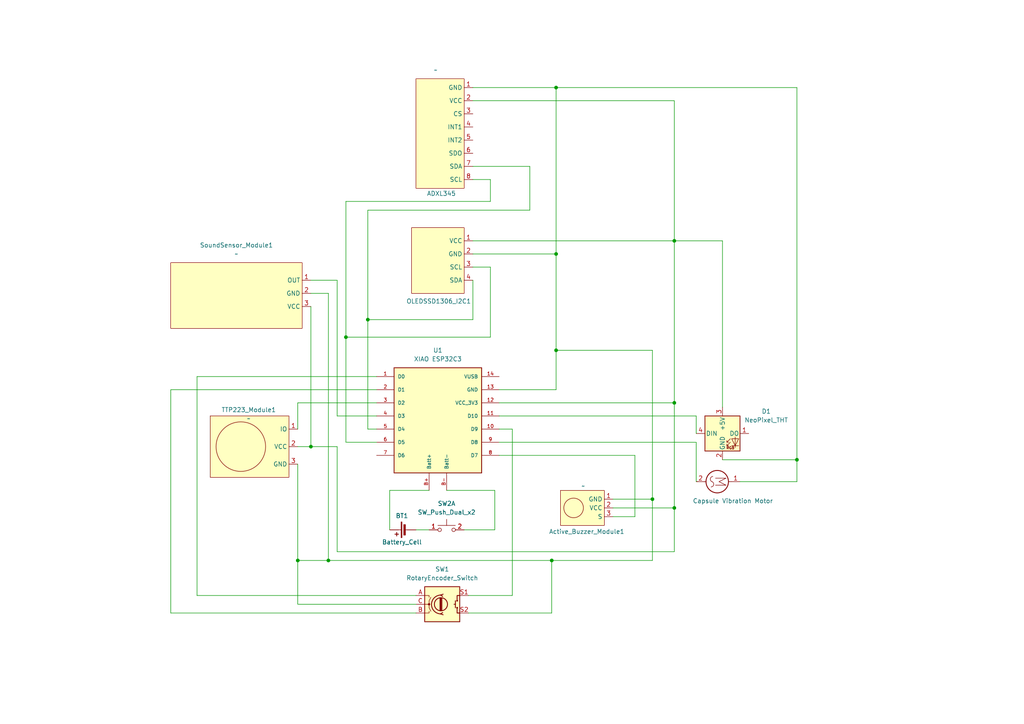
<source format=kicad_sch>
(kicad_sch (version 20250114) (generator "eeschema") (generator_version "9.0")
  (paper "A4")
  (title_block (title "YuhangSun_Final Project") (date "2025-12-02"))
  (lib_symbols
    (symbol "Device:Battery_Cell" (pin_numbers (hide yes)) (pin_names (offset 0) (hide yes))
      (property "Reference" "BT" (at 2.54 2.54 0))
      (property "Value" "Battery_Cell" (at 2.54 0 0))
      (symbol "Battery_Cell_0_1"
        (rectangle (start -2.286 1.778) (end 2.286 1.524) (fill (type outline)))
        (rectangle (start -1.524 1.016) (end 1.524 0.508) (fill (type outline)))
        (polyline (pts (xy 0 1.778) (xy 0 2.54)))
        (polyline (pts (xy 0 0.762) (xy 0 0)))
        (polyline (pts (xy 0.762 3.048) (xy 1.778 3.048)) (stroke (width 0.254)))
        (polyline (pts (xy 1.27 3.556) (xy 1.27 2.54)) (stroke (width 0.254)))
      )
      (symbol "Battery_Cell_1_1"
        (pin passive line (at 0 5.08 270) (length 2.54) (name "+") (number "1"))
        (pin passive line (at 0 -2.54 90) (length 2.54) (name "-") (number "2"))
      )
    )
    (symbol "Device:RotaryEncoder_Switch" (pin_names (offset 0.254) (hide yes))
      (property "Reference" "SW" (at 0 6.604 0))
      (property "Value" "RotaryEncoder_Switch" (at 0 -6.604 0))
      (symbol "RotaryEncoder_Switch_0_1"
        (rectangle (start -5.08 5.08) (end 5.08 -5.08) (stroke (width 0.254)) (fill (type background)))
        (polyline (pts (xy -5.08 2.54) (xy -3.81 2.54) (xy -3.81 2.032)))
        (polyline (pts (xy -5.08 0) (xy -3.81 0) (xy -3.81 -1.016) (xy -3.302 -2.032)))
        (polyline (pts (xy -5.08 -2.54) (xy -3.81 -2.54) (xy -3.81 -2.032)))
        (polyline (pts (xy -4.318 0) (xy -3.81 0) (xy -3.81 1.016) (xy -3.302 2.032)))
        (circle (center -3.81 0) (radius 0.254) (fill (type outline)))
        (polyline (pts (xy -0.635 -1.778) (xy -0.635 1.778)) (stroke (width 0.254)))
        (circle (center -0.381 0) (radius 1.905) (stroke (width 0.254)))
        (polyline (pts (xy -0.381 -1.778) (xy -0.381 1.778)) (stroke (width 0.254)))
        (arc (start -0.381 -2.794) (mid -3.0988 -0.0635) (end -0.381 2.667) (stroke (width 0.254)))
        (polyline (pts (xy -0.127 1.778) (xy -0.127 -1.778)) (stroke (width 0.254)))
        (polyline (pts (xy 0.254 2.921) (xy -0.508 2.667) (xy 0.127 2.286)) (stroke (width 0.254)))
        (polyline (pts (xy 0.254 -3.048) (xy -0.508 -2.794) (xy 0.127 -2.413)) (stroke (width 0.254)))
        (polyline (pts (xy 3.81 1.016) (xy 3.81 -1.016)) (stroke (width 0.254)))
        (polyline (pts (xy 3.81 0) (xy 3.429 0)) (stroke (width 0.254)))
        (circle (center 4.318 1.016) (radius 0.127) (stroke (width 0.254)))
        (circle (center 4.318 -1.016) (radius 0.127) (stroke (width 0.254)))
        (polyline (pts (xy 5.08 2.54) (xy 4.318 2.54) (xy 4.318 1.016)) (stroke (width 0.254)))
        (polyline (pts (xy 5.08 -2.54) (xy 4.318 -2.54) (xy 4.318 -1.016)) (stroke (width 0.254)))
      )
      (symbol "RotaryEncoder_Switch_1_1"
        (pin passive line (at -7.62 2.54 0) (length 2.54) (name "A") (number "A"))
        (pin passive line (at -7.62 0 0) (length 2.54) (name "C") (number "C"))
        (pin passive line (at -7.62 -2.54 0) (length 2.54) (name "B") (number "B"))
        (pin passive line (at 7.62 2.54 180) (length 2.54) (name "S1") (number "S1"))
        (pin passive line (at 7.62 -2.54 180) (length 2.54) (name "S2") (number "S2"))
      )
    )
    (symbol "LED:NeoPixel_THT" (pin_names (offset 0.254))
      (property "Reference" "D1" (at 12.7 6.4202 0))
      (property "Value" "NeoPixel_THT" (at 12.7 3.8802 0))
      (symbol "NeoPixel_THT_0_0"
        (text "RGB" (at 2.286 -4.191 0) (effects (font (size 0.762 0.762))))
      )
      (symbol "NeoPixel_THT_0_1"
        (polyline (pts (xy 1.27 -2.54) (xy 1.778 -2.54)))
        (polyline (pts (xy 1.27 -3.556) (xy 1.778 -3.556)))
        (polyline (pts (xy 2.286 -1.524) (xy 1.27 -2.54) (xy 1.27 -2.032)))
        (polyline (pts (xy 2.286 -2.54) (xy 1.27 -3.556) (xy 1.27 -3.048)))
        (polyline (pts (xy 3.683 -1.016) (xy 3.683 -3.556) (xy 3.683 -4.064)))
        (polyline (pts (xy 4.699 -1.524) (xy 2.667 -1.524) (xy 3.683 -3.556) (xy 4.699 -1.524)))
        (polyline (pts (xy 4.699 -3.556) (xy 2.667 -3.556)))
        (rectangle (start 5.08 5.08) (end -5.08 -5.08) (stroke (width 0.254)) (fill (type background)))
      )
      (symbol "NeoPixel_THT_1_1"
        (pin input line (at -7.62 0 0) (length 2.54) (name "DIN") (number "4"))
        (pin power_in line (at 0 7.62 270) (length 2.54) (name "+5V") (number "3"))
        (pin power_in line (at 0 -7.62 90) (length 2.54) (name "GND") (number "2"))
        (pin output line (at 7.62 0 180) (length 2.54) (name "DO") (number "1"))
      )
    )
    (symbol "Motor:Motor_AC" (pin_names (offset 0))
      (property "Value" "Capsule Vibration Motor" (at 5.588 -8.636 90))
      (symbol "Motor_AC_0_0"
        (polyline (pts (xy -1.016 -2.032) (xy -1.016 1.016) (xy 0 -1.016) (xy 1.016 1.016) (xy 1.016 -2.032)))
        (arc (start 0 -3.048) (mid -0.8622 -3.5222) (end -1.524 -2.794))
        (arc (start 0 -3.048) (mid 0.8657 -2.5527) (end 1.524 -3.302))
      )
      (symbol "Motor_AC_0_1"
        (polyline (pts (xy 0 2.032) (xy 0 2.54)))
        (polyline (pts (xy 0 1.7272) (xy 0 2.0828)))
        (circle (center 0 -1.524) (radius 3.2512) (stroke (width 0.254)))
        (polyline (pts (xy 0 -4.7752) (xy 0 -5.1816)))
        (polyline (pts (xy 0 -7.62) (xy 0 -7.112)))
      )
      (symbol "Motor_AC_1_1"
        (pin power_in line (at 0 5.08 270) (length 2.54) (name "~") (number "1"))
        (pin power_in line (at 0 -7.62 90) (length 2.54) (name "~") (number "2"))
      )
    )
    (symbol "New_Library_Final_MySensor:ADXL345"
      (property "Reference" "ADXL345" (at -14.224 -29.464 0))
      (property "Value" "~" (at -15.875 6.35 0))
      (symbol "ADXL345_1_1"
        (rectangle (start -7.62 3.81) (end -21.59 -27.94) (fill (type background)))
        (pin power_in line (at -5.08 1.27 180) (length 2.54) (name "GND") (number "1"))
        (pin power_in line (at -5.08 -2.54 180) (length 2.54) (name "VCC") (number "2"))
        (pin input line (at -5.08 -6.35 180) (length 2.54) (name "CS") (number "3"))
        (pin output line (at -5.08 -10.16 180) (length 2.54) (name "INT1") (number "4"))
        (pin output line (at -5.08 -13.97 180) (length 2.54) (name "INT2") (number "5"))
        (pin bidirectional line (at -5.08 -17.78 180) (length 2.54) (name "SDO") (number "6"))
        (pin bidirectional line (at -5.08 -21.59 180) (length 2.54) (name "SDA") (number "7"))
        (pin input line (at -5.08 -25.4 180) (length 2.54) (name "SCL") (number "8"))
      )
    )
    (symbol "New_Library_Final_MySensor:Active_Buzzer_Module"
      (property "Reference" "Active_Buzzer_Module" (at 0.762 -6.858 0))
      (symbol "Active_Buzzer_Module_0_1"
        (circle (center -2.54 0) (radius 2.8398))
      )
      (symbol "Active_Buzzer_Module_1_1"
        (rectangle (start -6.35 5.08) (end 6.35 -5.08) (fill (type background)))
        (pin input line (at 8.89 2.54 180) (length 2.54) (name "GND") (number "1"))
        (pin power_in line (at 8.89 0 180) (length 2.54) (name "VCC") (number "2"))
        (pin power_in line (at 8.89 -2.54 180) (length 2.54) (name "S") (number "3"))
      )
    )
    (symbol "New_Library_Final_MySensor:OLED_SSD1306_I2C"
      (property "Reference" "OLEDSSD1306_I2C1" (at -2.794 -16.256 0))
      (symbol "OLED_SSD1306_I2C_1_1"
        (rectangle (start -1.27 5.08) (end 13.97 -13.97) (fill (type background)))
        (pin power_in line (at 16.51 1.27 180) (length 2.54) (name "VCC") (number "1"))
        (pin power_in line (at 16.51 -2.54 180) (length 2.54) (name "GND") (number "2"))
        (pin bidirectional line (at 16.51 -6.35 180) (length 2.54) (name "SCL") (number "3"))
        (pin bidirectional line (at 16.51 -10.16 180) (length 2.54) (name "SDA") (number "4"))
      )
    )
    (symbol "New_Library_Final_MySensor:SoundSensor_Module"
      (property "Reference" "SoundSensor_Module1" (at 0 26.67 0))
      (property "Value" "~" (at 0 24.13 0))
      (symbol "SoundSensor_Module_1_1"
        (rectangle (start -19.05 21.59) (end 19.05 2.54) (fill (type background)))
        (pin power_in line (at 21.59 16.51 180) (length 2.54) (name "OUT") (number "1"))
        (pin power_in line (at 21.59 12.7 180) (length 2.54) (name "GND") (number "2"))
        (pin power_in line (at 21.59 8.89 180) (length 2.54) (name "VCC") (number "3"))
      )
    )
    (symbol "New_Library_Final_MySensor:TTP223_Module"
      (property "Reference" "TTP223_Module1" (at 2.54 10.16 0))
      (property "Value" "~" (at 2.54 7.62 0))
      (symbol "TTP223_Module_0_1"
        (circle (center 0 -5.08) (radius 7.1842))
      )
      (symbol "TTP223_Module_1_1"
        (rectangle (start -8.89 3.81) (end 13.97 -13.97) (fill (type background)))
        (pin output line (at 16.51 0 180) (length 2.54) (name "IO") (number "1"))
        (pin power_in line (at 16.51 -5.08 180) (length 2.54) (name "VCC") (number "2"))
        (pin power_in line (at 16.51 -10.16 180) (length 2.54) (name "GND") (number "3"))
      )
    )
    (symbol "Switch:SW_Push_Dual_x2" (pin_names (offset 1.016) (hide yes))
      (property "Reference" "SW" (at 1.27 2.54 0))
      (property "Value" "SW_Push_Dual_x2" (at 0 -1.524 0))
      (symbol "SW_Push_Dual_x2_0_1"
        (circle (center -2.032 0) (radius 0.508))
        (polyline (pts (xy 0 1.27) (xy 0 3.048)))
        (circle (center 2.032 0) (radius 0.508))
        (polyline (pts (xy 2.54 1.27) (xy -2.54 1.27)))
      )
      (symbol "SW_Push_Dual_x2_1_1"
        (pin passive line (at -5.08 0 0) (length 2.54) (name "C") (number "1"))
        (pin passive line (at 5.08 0 180) (length 2.54) (name "D") (number "2"))
      )
      (symbol "SW_Push_Dual_x2_2_1"
        (pin passive line (at -5.08 0 0) (length 2.54) (name "C") (number "3"))
        (pin passive line (at 5.08 0 180) (length 2.54) (name "D") (number "4"))
      )
    )
    (symbol "xiao_esp32c3:XIAO ESP32C3" (pin_names (offset 1.016))
      (property "Reference" "U" (at -12.7 16.002 0))
      (property "Value" "XIAO ESP32C3" (at 7.62 -19.05 0))
      (symbol "XIAO ESP32C3_0_0"
        (rectangle (start -12.7 15.24) (end 12.7 -15.24) (stroke (width 0.254)) (fill (type background)))
        (pin bidirectional line (at -17.78 12.7 0) (length 5.08) (name "D0") (number "1"))
        (pin bidirectional line (at -17.78 8.89 0) (length 5.08) (name "D1") (number "2"))
        (pin bidirectional line (at -17.78 5.08 0) (length 5.08) (name "D2") (number "3"))
        (pin bidirectional line (at -17.78 1.27 0) (length 5.08) (name "D3") (number "4"))
        (pin bidirectional line (at -17.78 -2.54 0) (length 5.08) (name "D4") (number "5"))
        (pin bidirectional line (at -17.78 -6.35 0) (length 5.08) (name "D5") (number "6"))
        (pin power_in line (at 17.78 12.7 180) (length 5.08) (name "VUSB") (number "14"))
        (pin power_in line (at 17.78 8.89 180) (length 5.08) (name "GND") (number "13"))
        (pin power_in line (at 17.78 5.08 180) (length 5.08) (name "VCC_3V3") (number "12"))
        (pin bidirectional line (at 17.78 1.27 180) (length 5.08) (name "D10") (number "11"))
        (pin bidirectional line (at 17.78 -2.54 180) (length 5.08) (name "D9") (number "10"))
        (pin bidirectional line (at 17.78 -6.35 180) (length 5.08) (name "D8") (number "9"))
      )
      (symbol "XIAO ESP32C3_1_0"
        (pin bidirectional line (at -17.78 -10.16 0) (length 5.08) (name "D6") (number "7"))
        (pin power_in line (at -2.54 -20.32 90) (length 5.08) (name "Batt+") (number "B+"))
        (pin power_in line (at 2.54 -20.32 90) (length 5.08) (name "Batt-") (number "B-"))
        (pin bidirectional line (at 17.78 -10.16 180) (length 5.08) (name "D7") (number "8"))
      )
    )
  )
  (junction (at 106.68 92.71))
  (junction (at 95.25 162.56))
  (junction (at 161.29 73.66))
  (junction (at 189.23 144.78))
  (junction (at 231.14 133.35))
  (junction (at 86.36 162.56))
  (junction (at 90.17 129.54))
  (junction (at 195.58 69.85))
  (junction (at 100.33 97.79))
  (junction (at 160.02 162.56))
  (junction (at 161.29 101.6))
  (junction (at 195.58 116.84))
  (junction (at 195.58 147.32))
  (junction (at 161.29 25.4))
  (wire (pts (xy 189.23 101.6) (xy 161.29 101.6)))
  (wire (pts (xy 106.68 124.46) (xy 109.22 124.46)))
  (wire (pts (xy 90.17 88.9) (xy 90.17 129.54)))
  (wire (pts (xy 97.79 120.65) (xy 109.22 120.65)))
  (wire (pts (xy 86.36 116.84) (xy 109.22 116.84)))
  (wire (pts (xy 189.23 162.56) (xy 189.23 144.78)))
  (wire (pts (xy 160.02 177.8) (xy 160.02 162.56)))
  (wire (pts (xy 120.65 175.26) (xy 86.36 175.26)))
  (wire (pts (xy 195.58 160.02) (xy 195.58 147.32)))
  (wire (pts (xy 231.14 25.4) (xy 161.29 25.4)))
  (wire (pts (xy 86.36 175.26) (xy 86.36 162.56)))
  (wire (pts (xy 106.68 92.71) (xy 106.68 124.46)))
  (wire (pts (xy 120.65 153.67) (xy 124.46 153.67)))
  (wire (pts (xy 209.55 69.85) (xy 195.58 69.85)))
  (wire (pts (xy 142.24 97.79) (xy 100.33 97.79)))
  (wire (pts (xy 120.65 172.72) (xy 57.15 172.72)))
  (wire (pts (xy 137.16 52.07) (xy 142.24 52.07)))
  (wire (pts (xy 201.93 120.65) (xy 201.93 125.73)))
  (wire (pts (xy 144.78 116.84) (xy 195.58 116.84)))
  (wire (pts (xy 90.17 129.54) (xy 97.79 129.54)))
  (wire (pts (xy 135.89 172.72) (xy 148.59 172.72)))
  (wire (pts (xy 195.58 29.21) (xy 137.16 29.21)))
  (wire (pts (xy 137.16 48.26) (xy 153.67 48.26)))
  (wire (pts (xy 113.03 142.24) (xy 124.46 142.24)))
  (wire (pts (xy 97.79 129.54) (xy 97.79 160.02)))
  (wire (pts (xy 148.59 124.46) (xy 144.78 124.46)))
  (wire (pts (xy 106.68 60.96) (xy 106.68 92.71)))
  (wire (pts (xy 137.16 69.85) (xy 195.58 69.85)))
  (wire (pts (xy 161.29 25.4) (xy 137.16 25.4)))
  (wire (pts (xy 177.8 147.32) (xy 195.58 147.32)))
  (wire (pts (xy 95.25 85.09) (xy 95.25 162.56)))
  (wire (pts (xy 143.51 153.67) (xy 143.51 142.24)))
  (wire (pts (xy 209.55 118.11) (xy 209.55 69.85)))
  (wire (pts (xy 100.33 58.42) (xy 100.33 97.79)))
  (wire (pts (xy 86.36 124.46) (xy 86.36 116.84)))
  (wire (pts (xy 153.67 60.96) (xy 106.68 60.96)))
  (wire (pts (xy 184.15 132.08) (xy 144.78 132.08)))
  (wire (pts (xy 201.93 128.27) (xy 144.78 128.27)))
  (wire (pts (xy 137.16 77.47) (xy 142.24 77.47)))
  (wire (pts (xy 86.36 134.62) (xy 86.36 162.56)))
  (wire (pts (xy 57.15 109.22) (xy 109.22 109.22)))
  (wire (pts (xy 90.17 81.28) (xy 97.79 81.28)))
  (wire (pts (xy 201.93 139.7) (xy 201.93 128.27)))
  (wire (pts (xy 161.29 113.03) (xy 161.29 101.6)))
  (wire (pts (xy 189.23 144.78) (xy 189.23 101.6)))
  (wire (pts (xy 95.25 162.56) (xy 160.02 162.56)))
  (wire (pts (xy 144.78 113.03) (xy 161.29 113.03)))
  (wire (pts (xy 195.58 116.84) (xy 195.58 69.85)))
  (wire (pts (xy 49.53 177.8) (xy 49.53 113.03)))
  (wire (pts (xy 161.29 73.66) (xy 161.29 25.4)))
  (wire (pts (xy 90.17 85.09) (xy 95.25 85.09)))
  (wire (pts (xy 57.15 172.72) (xy 57.15 109.22)))
  (wire (pts (xy 153.67 48.26) (xy 153.67 60.96)))
  (wire (pts (xy 106.68 92.71) (xy 137.16 92.71)))
  (wire (pts (xy 137.16 81.28) (xy 137.16 92.71)))
  (wire (pts (xy 142.24 52.07) (xy 142.24 58.42)))
  (wire (pts (xy 113.03 153.67) (xy 113.03 142.24)))
  (wire (pts (xy 214.63 139.7) (xy 231.14 139.7)))
  (wire (pts (xy 86.36 162.56) (xy 95.25 162.56)))
  (wire (pts (xy 134.62 153.67) (xy 143.51 153.67)))
  (wire (pts (xy 184.15 149.86) (xy 184.15 132.08)))
  (wire (pts (xy 129.54 142.24) (xy 143.51 142.24)))
  (wire (pts (xy 97.79 81.28) (xy 97.79 120.65)))
  (wire (pts (xy 201.93 120.65) (xy 144.78 120.65)))
  (wire (pts (xy 231.14 133.35) (xy 231.14 25.4)))
  (wire (pts (xy 137.16 73.66) (xy 161.29 73.66)))
  (wire (pts (xy 100.33 97.79) (xy 100.33 128.27)))
  (wire (pts (xy 177.8 144.78) (xy 189.23 144.78)))
  (wire (pts (xy 148.59 172.72) (xy 148.59 124.46)))
  (wire (pts (xy 209.55 133.35) (xy 231.14 133.35)))
  (wire (pts (xy 86.36 129.54) (xy 90.17 129.54)))
  (wire (pts (xy 160.02 162.56) (xy 189.23 162.56)))
  (wire (pts (xy 135.89 177.8) (xy 160.02 177.8)))
  (wire (pts (xy 195.58 69.85) (xy 195.58 29.21)))
  (wire (pts (xy 142.24 77.47) (xy 142.24 97.79)))
  (wire (pts (xy 195.58 147.32) (xy 195.58 116.84)))
  (wire (pts (xy 49.53 113.03) (xy 109.22 113.03)))
  (wire (pts (xy 161.29 101.6) (xy 161.29 73.66)))
  (wire (pts (xy 100.33 128.27) (xy 109.22 128.27)))
  (wire (pts (xy 97.79 160.02) (xy 195.58 160.02)))
  (wire (pts (xy 177.8 149.86) (xy 184.15 149.86)))
  (wire (pts (xy 120.65 177.8) (xy 49.53 177.8)))
  (wire (pts (xy 142.24 58.42) (xy 100.33 58.42)))
  (wire (pts (xy 231.14 139.7) (xy 231.14 133.35)))
  (symbol (lib_id "New_Library_Final_MySensor:Active_Buzzer_Module") (at 168.91 147.32 0) (unit 1)
    (property "Reference" "Active_Buzzer_Module1" (at 170.18 154.178 0))
    (property "Value" "~" (at 169.164 140.97 0))
  )
  (symbol (lib_id "Motor:Motor_AC") (at 209.55 139.7 270) (unit 1)
    (property "Reference" "M1" (effects (hide yes)))
    (property "Value" "Capsule Vibration Motor" (at 200.914 145.288 90) (effects (justify left)))
    (property "Description" "AC Motor" (effects (hide yes)))
  )
  (symbol (lib_id "New_Library_Final_MySensor:SoundSensor_Module") (at 68.58 97.79 0) (unit 1)
    (property "Reference" "SoundSensor_Module1" (at 68.58 71.12 0))
    (property "Value" "~" (at 68.58 73.66 0))
  )
  (symbol (lib_id "New_Library_Final_MySensor:TTP223_Module") (at 69.85 124.46 0) (unit 1)
    (property "Reference" "TTP223_Module1" (at 72.136 118.872 0))
    (property "Value" "~" (at 72.136 121.412 0))
  )
  (symbol (lib_id "LED:NeoPixel_THT") (at 209.55 125.73 0) (unit 1)
    (property "Reference" "D1" (at 222.25 119.3098 0))
    (property "Value" "NeoPixel_THT" (at 222.25 121.8498 0))
    (property "Datasheet" "https://www.adafruit.com/product/1938" (effects (hide yes)))
    (property "Description" "RGB LED with integrated controller, 5mm/8mm LED package" (effects (hide yes)))
  )
  (symbol (lib_id "New_Library_Final_MySensor:ADXL345") (at 142.24 26.67 0) (unit 1)
    (property "Reference" "ADXL345" (at 128.016 56.134 0))
    (property "Value" "~" (at 126.365 20.32 0))
  )
  (symbol (lib_id "Switch:SW_Push_Dual_x2") (at 129.54 153.67 0) (unit 1)
    (property "Reference" "SW2" (at 129.54 146.05 0))
    (property "Value" "SW_Push_Dual_x2" (at 129.54 148.59 0))
    (property "Description" "Push button switch, generic, separate symbols, four pins" (effects (hide yes)))
  )
  (symbol (lib_id "Device:Battery_Cell") (at 118.11 153.67 90) (mirror x) (unit 1)
    (property "Reference" "BT1" (at 116.586 149.606 90))
    (property "Value" "Battery_Cell" (at 116.586 157.226 90))
    (property "Description" "Single-cell battery" (effects (hide yes)))
  )
  (symbol (lib_id "New_Library_Final_MySensor:OLED_SSD1306_I2C") (at 120.65 71.12 0) (unit 1)
    (property "Reference" "OLEDSSD1306_I2C1" (at 117.856 87.376 0) (effects (justify left)))
  )
  (symbol (lib_id "Device:RotaryEncoder_Switch") (at 128.27 175.26 0) (unit 1)
    (property "Reference" "SW1" (at 128.27 165.1 0))
    (property "Value" "RotaryEncoder_Switch" (at 128.27 167.64 0))
    (property "Description" "Rotary encoder, dual channel, incremental quadrate outputs, with switch" (effects (hide yes)))
  )
  (symbol (lib_id "xiao_esp32c3:XIAO ESP32C3") (at 127 121.92 0) (unit 1)
    (property "Reference" "U1" (at 127 101.6 0))
    (property "Value" "XIAO ESP32C3" (at 127 104.14 0))
    (property "Footprint" "XIAO_ESP32C3:xiao_esp32c3" (effects (hide yes)))
    (property "Datasheet" "https://files.seeedstudio.com/wiki/Seeed-Studio-XIAO-ESP32/esp32-c3_datasheet.pdf" (effects (hide yes)))
    (property "Description" "ESP32C3 Transceiver Evaluation Board" (effects (hide yes)))
    (property "MANUFACTURER" "Seeed Technology" (effects (hide yes)))
  )
)
</source>
